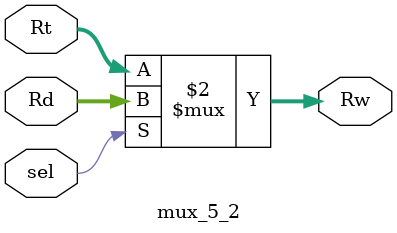
<source format=v>
`timescale 1ns / 1ps


module mux_5_2(Rd,Rt,sel,Rw);
    input[4:0] Rd;
    input[4:0] Rt;
    input sel;
    output[4:0] Rw;
    assign Rw = sel==1?Rd:Rt;
endmodule

</source>
